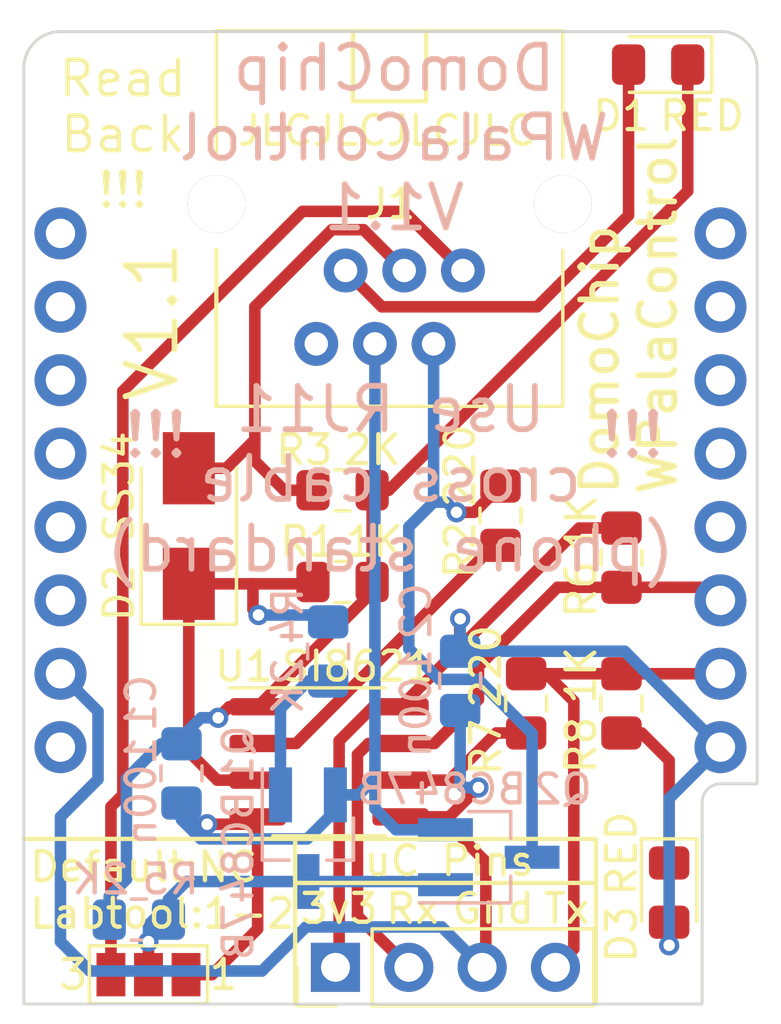
<source format=kicad_pcb>
(kicad_pcb (version 20171130) (host pcbnew "(5.1.5)-3")

  (general
    (thickness 1.6)
    (drawings 32)
    (tracks 155)
    (zones 0)
    (modules 20)
    (nets 17)
  )

  (page A4)
  (layers
    (0 F.Cu signal)
    (31 B.Cu signal)
    (32 B.Adhes user)
    (33 F.Adhes user)
    (34 B.Paste user)
    (35 F.Paste user)
    (36 B.SilkS user)
    (37 F.SilkS user)
    (38 B.Mask user)
    (39 F.Mask user)
    (40 Dwgs.User user)
    (41 Cmts.User user)
    (42 Eco1.User user)
    (43 Eco2.User user)
    (44 Edge.Cuts user)
    (45 Margin user)
    (46 B.CrtYd user hide)
    (47 F.CrtYd user hide)
    (48 B.Fab user hide)
    (49 F.Fab user hide)
  )

  (setup
    (last_trace_width 0.4)
    (trace_clearance 0.2)
    (zone_clearance 0.508)
    (zone_45_only no)
    (trace_min 0.2)
    (via_size 0.7)
    (via_drill 0.4)
    (via_min_size 0.4)
    (via_min_drill 0.3)
    (uvia_size 0.762)
    (uvia_drill 0.508)
    (uvias_allowed no)
    (uvia_min_size 0.2)
    (uvia_min_drill 0.1)
    (edge_width 0.1)
    (segment_width 0.2)
    (pcb_text_width 0.3)
    (pcb_text_size 1.5 1.5)
    (mod_edge_width 0.15)
    (mod_text_size 1 1)
    (mod_text_width 0.15)
    (pad_size 1.5 1.5)
    (pad_drill 0.6)
    (pad_to_mask_clearance 0)
    (aux_axis_origin 0 0)
    (visible_elements 7FFFFFFF)
    (pcbplotparams
      (layerselection 0x010fc_ffffffff)
      (usegerberextensions false)
      (usegerberattributes false)
      (usegerberadvancedattributes false)
      (creategerberjobfile false)
      (excludeedgelayer true)
      (linewidth 0.100000)
      (plotframeref false)
      (viasonmask false)
      (mode 1)
      (useauxorigin false)
      (hpglpennumber 1)
      (hpglpenspeed 20)
      (hpglpendiameter 15.000000)
      (psnegative false)
      (psa4output false)
      (plotreference true)
      (plotvalue true)
      (plotinvisibletext false)
      (padsonsilk false)
      (subtractmaskfromsilk false)
      (outputformat 1)
      (mirror false)
      (drillshape 0)
      (scaleselection 1)
      (outputdirectory "WirelessPalaControl-gerber/"))
  )

  (net 0 "")
  (net 1 /VDD1)
  (net 2 /GND1)
  (net 3 /GND2)
  (net 4 /VDD2)
  (net 5 "Net-(D1-Pad2)")
  (net 6 /Rx)
  (net 7 "Net-(D2-Pad1)")
  (net 8 "Net-(D3-Pad1)")
  (net 9 /Tx-RxH)
  (net 10 /TXuC)
  (net 11 /RXuC)
  (net 12 /Q2B)
  (net 13 "Net-(Q1-Pad1)")
  (net 14 "Net-(R2-Pad2)")
  (net 15 "Net-(R7-Pad2)")
  (net 16 "Net-(J1-Pad6)")

  (net_class Default "This is the default net class."
    (clearance 0.2)
    (trace_width 0.4)
    (via_dia 0.7)
    (via_drill 0.4)
    (uvia_dia 0.762)
    (uvia_drill 0.508)
    (add_net /GND1)
    (add_net /GND2)
    (add_net /Q2B)
    (add_net /RXuC)
    (add_net /Rx)
    (add_net /TXuC)
    (add_net /Tx-RxH)
    (add_net /VDD1)
    (add_net /VDD2)
    (add_net "Net-(D1-Pad2)")
    (add_net "Net-(D2-Pad1)")
    (add_net "Net-(D3-Pad1)")
    (add_net "Net-(J1-Pad6)")
    (add_net "Net-(Q1-Pad1)")
    (add_net "Net-(R2-Pad2)")
    (add_net "Net-(R7-Pad2)")
  )

  (module Resistor_SMD:R_0805_2012Metric_Pad1.15x1.40mm_HandSolder (layer B.Cu) (tedit 5B36C52B) (tstamp 5E1BA9DC)
    (at 34.036 46.219 270)
    (descr "Resistor SMD 0805 (2012 Metric), square (rectangular) end terminal, IPC_7351 nominal with elongated pad for handsoldering. (Body size source: https://docs.google.com/spreadsheets/d/1BsfQQcO9C6DZCsRaXUlFlo91Tg2WpOkGARC1WS5S8t0/edit?usp=sharing), generated with kicad-footprint-generator")
    (tags "resistor handsolder")
    (path /5DBE5326)
    (attr smd)
    (fp_text reference R4 (at -1.223 1.397 90) (layer B.SilkS)
      (effects (font (size 1 1) (thickness 0.15)) (justify mirror))
    )
    (fp_text value 2K (at 1.19 1.397 90) (layer B.SilkS)
      (effects (font (size 1 1) (thickness 0.15)) (justify mirror))
    )
    (fp_line (start -1 -0.6) (end -1 0.6) (layer B.Fab) (width 0.1))
    (fp_line (start -1 0.6) (end 1 0.6) (layer B.Fab) (width 0.1))
    (fp_line (start 1 0.6) (end 1 -0.6) (layer B.Fab) (width 0.1))
    (fp_line (start 1 -0.6) (end -1 -0.6) (layer B.Fab) (width 0.1))
    (fp_line (start -0.261252 0.71) (end 0.261252 0.71) (layer B.SilkS) (width 0.12))
    (fp_line (start -0.261252 -0.71) (end 0.261252 -0.71) (layer B.SilkS) (width 0.12))
    (fp_line (start -1.85 -0.95) (end -1.85 0.95) (layer B.CrtYd) (width 0.05))
    (fp_line (start -1.85 0.95) (end 1.85 0.95) (layer B.CrtYd) (width 0.05))
    (fp_line (start 1.85 0.95) (end 1.85 -0.95) (layer B.CrtYd) (width 0.05))
    (fp_line (start 1.85 -0.95) (end -1.85 -0.95) (layer B.CrtYd) (width 0.05))
    (fp_text user %R (at 0 0 90) (layer B.Fab)
      (effects (font (size 0.5 0.5) (thickness 0.08)) (justify mirror))
    )
    (pad 1 smd roundrect (at -1.025 0 270) (size 1.15 1.4) (layers B.Cu B.Paste B.Mask) (roundrect_rratio 0.217391)
      (net 7 "Net-(D2-Pad1)"))
    (pad 2 smd roundrect (at 1.025 0 270) (size 1.15 1.4) (layers B.Cu B.Paste B.Mask) (roundrect_rratio 0.217391)
      (net 13 "Net-(Q1-Pad1)"))
    (model ${KISYS3DMOD}/Resistor_SMD.3dshapes/R_0805_2012Metric.wrl
      (at (xyz 0 0 0))
      (scale (xyz 1 1 1))
      (rotate (xyz 0 0 0))
    )
  )

  (module wemos_d1_mini:wemos-d1-mini-DIL-only (layer B.Cu) (tedit 5C042D9C) (tstamp 5E272621)
    (at 36.195 40.64 90)
    (path /5E10D6EF)
    (fp_text reference U2 (at -19.3 0 180) (layer B.Fab)
      (effects (font (size 1 1) (thickness 0.15)) (justify mirror))
    )
    (fp_text value WeMos_mini (at 1.143 -14.224 90) (layer B.Fab) hide
      (effects (font (size 1 1) (thickness 0.15)) (justify mirror))
    )
    (fp_arc (start -12.48 12.33) (end -11.48 12.33) (angle -90) (layer B.CrtYd) (width 0.05))
    (fp_line (start -18.46 11.33) (end -12.48 11.33) (layer B.CrtYd) (width 0.05))
    (fp_line (start -11.48 13.5) (end -11.48 12.33) (layer B.CrtYd) (width 0.05))
    (fp_arc (start 14.94 11.5) (end 14.85 13.5) (angle -92.57657183) (layer B.CrtYd) (width 0.05))
    (fp_arc (start 14.94 -11.5) (end 16.94 -11.5) (angle -90) (layer B.CrtYd) (width 0.05))
    (fp_line (start -18.46 -13.5) (end -18.46 11.33) (layer B.CrtYd) (width 0.05))
    (fp_line (start 14.94 -13.5) (end -18.46 -13.5) (layer B.CrtYd) (width 0.05))
    (fp_line (start 16.94 11.5) (end 16.94 -11.5) (layer B.CrtYd) (width 0.05))
    (fp_line (start -11.48 13.5) (end 14.85 13.5) (layer B.CrtYd) (width 0.05))
    (pad 8 thru_hole circle (at 8.89 -11.43 90) (size 1.8 1.8) (drill 1.016) (layers *.Cu *.Mask))
    (pad 9 thru_hole circle (at 8.89 11.43 90) (size 1.8 1.8) (drill 1.016) (layers *.Cu *.Mask))
    (pad 7 thru_hole circle (at 6.35 -11.43 90) (size 1.8 1.8) (drill 1.016) (layers *.Cu *.Mask))
    (pad 10 thru_hole circle (at 6.35 11.43 90) (size 1.8 1.8) (drill 1.016) (layers *.Cu *.Mask))
    (pad 6 thru_hole circle (at 3.81 -11.43 90) (size 1.8 1.8) (drill 1.016) (layers *.Cu *.Mask))
    (pad 11 thru_hole circle (at 3.81 11.43 90) (size 1.8 1.8) (drill 1.016) (layers *.Cu *.Mask))
    (pad 5 thru_hole circle (at 1.27 -11.43 90) (size 1.8 1.8) (drill 1.016) (layers *.Cu *.Mask))
    (pad 12 thru_hole circle (at 1.27 11.43 90) (size 1.8 1.8) (drill 1.016) (layers *.Cu *.Mask))
    (pad 4 thru_hole circle (at -1.27 -11.43 90) (size 1.8 1.8) (drill 1.016) (layers *.Cu *.Mask))
    (pad 13 thru_hole circle (at -1.27 11.43 90) (size 1.8 1.8) (drill 1.016) (layers *.Cu *.Mask))
    (pad 3 thru_hole circle (at -3.81 -11.43 90) (size 1.8 1.8) (drill 1.016) (layers *.Cu *.Mask))
    (pad 14 thru_hole circle (at -3.81 11.43 90) (size 1.8 1.8) (drill 1.016) (layers *.Cu *.Mask)
      (net 11 /RXuC))
    (pad 2 thru_hole circle (at -6.35 -11.43 90) (size 1.8 1.8) (drill 1.016) (layers *.Cu *.Mask)
      (net 3 /GND2))
    (pad 15 thru_hole circle (at -6.35 11.43 90) (size 1.8 1.8) (drill 1.016) (layers *.Cu *.Mask)
      (net 10 /TXuC))
    (pad 1 thru_hole circle (at -8.89 -11.43 90) (size 1.8 1.8) (drill 1.016) (layers *.Cu *.Mask))
    (pad 16 thru_hole circle (at -8.89 11.43 90) (size 1.8 1.8) (drill 1.016) (layers *.Cu *.Mask)
      (net 4 /VDD2))
    (model ${KIPRJMOD}/3dshapes/wemos_d1_mini.3dshapes/SLW-108-01-G-S.wrl
      (offset (xyz 0 -11.39999982878918 0))
      (scale (xyz 0.3937 0.3937 0.3937))
      (rotate (xyz -90 0 0))
    )
    (model ${KIPRJMOD}/3dshapes/wemos_d1_mini.3dshapes/SLW-108-01-G-S.wrl
      (offset (xyz 0 11.39999982878918 0))
      (scale (xyz 0.3937 0.3937 0.3937))
      (rotate (xyz -90 0 0))
    )
    (model ${KIPRJMOD}/3dshapes/wemos_d1_mini.3dshapes/TSW-108-05-G-S.wrl
      (offset (xyz 0 -11.39999982878918 7.299999890364999))
      (scale (xyz 0.3937 0.3937 0.3937))
      (rotate (xyz 90 0 0))
    )
    (model ${KIPRJMOD}/3dshapes/wemos_d1_mini.3dshapes/TSW-108-05-G-S.wrl
      (offset (xyz 0 11.39999982878918 7.299999890364999))
      (scale (xyz 0.3937 0.3937 0.3937))
      (rotate (xyz 90 0 0))
    )
  )

  (module MyRJ:Ali_RJ12 (layer F.Cu) (tedit 5E2711D7) (tstamp 5E274C6C)
    (at 36.164 30.734 180)
    (path /5DBE0A8D)
    (fp_text reference J1 (at -0.031 0) (layer F.SilkS)
      (effects (font (size 1 1) (thickness 0.15)))
    )
    (fp_text value 6P6C (at 0 1.778) (layer F.Fab)
      (effects (font (size 1 1) (thickness 0.15)))
    )
    (fp_line (start 1.27 3.556) (end 1.27 6) (layer F.SilkS) (width 0.15))
    (fp_line (start -1.27 3.556) (end 1.27 3.556) (layer F.SilkS) (width 0.15))
    (fp_line (start -1.27 6) (end -1.27 3.556) (layer F.SilkS) (width 0.15))
    (fp_line (start 6 -7) (end 6 -1.6) (layer F.SilkS) (width 0.15))
    (fp_line (start -6 -7) (end -6 -1.6) (layer F.SilkS) (width 0.12))
    (fp_line (start -6 6) (end 6 6) (layer F.SilkS) (width 0.12))
    (fp_line (start -6 -7) (end 6 -7) (layer F.SilkS) (width 0.12))
    (fp_line (start -6 1.6) (end -6 6) (layer F.SilkS) (width 0.12))
    (fp_line (start 6 1.6) (end 6 6) (layer F.SilkS) (width 0.12))
    (pad 5 thru_hole circle (at -1.524 -4.84) (size 1.52 1.52) (drill 0.81) (layers *.Cu *.Mask)
      (net 9 /Tx-RxH))
    (pad 1 thru_hole circle (at 2.54 -4.84) (size 1.52 1.52) (drill 0.81) (layers *.Cu *.Mask))
    (pad 3 thru_hole circle (at 0.508 -4.84) (size 1.52 1.52) (drill 0.81) (layers *.Cu *.Mask)
      (net 2 /GND1))
    (pad 4 thru_hole circle (at -0.508 -2.3) (size 1.52 1.52) (drill 0.81) (layers *.Cu *.Mask)
      (net 6 /Rx))
    (pad 2 thru_hole circle (at 1.524 -2.3) (size 1.52 1.52) (drill 0.81) (layers *.Cu *.Mask)
      (net 5 "Net-(D1-Pad2)"))
    (pad 6 thru_hole circle (at -2.54 -2.3) (size 1.52 1.52) (drill 0.81) (layers *.Cu *.Mask)
      (net 16 "Net-(J1-Pad6)"))
    (pad "" thru_hole circle (at 6 0 180) (size 2 2) (drill 2) (layers *.Cu *.Mask))
    (pad "" thru_hole circle (at -6 0 180) (size 2 2) (drill 2) (layers *.Cu *.Mask))
  )

  (module Jumper:SolderJumper-3_P1.3mm_Open_Pad1.0x1.5mm_NumberLabels (layer F.Cu) (tedit 5A3F6CCC) (tstamp 5E107A23)
    (at 27.813 57.404 180)
    (descr "SMD Solder Jumper, 1x1.5mm Pads, 0.3mm gap, open, labeled with numbers")
    (tags "solder jumper open")
    (path /5E11E17F)
    (attr virtual)
    (fp_text reference JP1 (at -0.097 -2.159) (layer F.Fab)
      (effects (font (size 1 1) (thickness 0.15)))
    )
    (fp_text value SldJmp_3_Open (at 0 -3.302) (layer F.Fab)
      (effects (font (size 1 1) (thickness 0.15)))
    )
    (fp_text user 3 (at 2.6 0) (layer F.SilkS)
      (effects (font (size 1 1) (thickness 0.15)))
    )
    (fp_text user 1 (at -2.6 0) (layer F.SilkS)
      (effects (font (size 1 1) (thickness 0.15)))
    )
    (fp_line (start -2.05 1) (end -2.05 -1) (layer F.SilkS) (width 0.12))
    (fp_line (start 2.05 1) (end -2.05 1) (layer F.SilkS) (width 0.12))
    (fp_line (start 2.05 -1) (end 2.05 1) (layer F.SilkS) (width 0.12))
    (fp_line (start -2.05 -1) (end 2.05 -1) (layer F.SilkS) (width 0.12))
    (fp_line (start -2.3 -1.25) (end 2.3 -1.25) (layer F.CrtYd) (width 0.05))
    (fp_line (start -2.3 -1.25) (end -2.3 1.25) (layer F.CrtYd) (width 0.05))
    (fp_line (start 2.3 1.25) (end 2.3 -1.25) (layer F.CrtYd) (width 0.05))
    (fp_line (start 2.3 1.25) (end -2.3 1.25) (layer F.CrtYd) (width 0.05))
    (pad 3 smd rect (at 1.3 0 180) (size 1 1.5) (layers F.Cu F.Mask)
      (net 16 "Net-(J1-Pad6)"))
    (pad 2 smd rect (at 0 0 180) (size 1 1.5) (layers F.Cu F.Mask)
      (net 12 /Q2B))
    (pad 1 smd rect (at -1.3 0 180) (size 1 1.5) (layers F.Cu F.Mask)
      (net 2 /GND1))
  )

  (module Capacitor_SMD:C_0805_2012Metric_Pad1.15x1.40mm_HandSolder (layer B.Cu) (tedit 5B36C52B) (tstamp 5E1BA912)
    (at 28.956 50.439 270)
    (descr "Capacitor SMD 0805 (2012 Metric), square (rectangular) end terminal, IPC_7351 nominal with elongated pad for handsoldering. (Body size source: https://docs.google.com/spreadsheets/d/1BsfQQcO9C6DZCsRaXUlFlo91Tg2WpOkGARC1WS5S8t0/edit?usp=sharing), generated with kicad-footprint-generator")
    (tags "capacitor handsolder")
    (path /5DBE758E)
    (attr smd)
    (fp_text reference C1 (at -2.433 1.397 90) (layer B.SilkS)
      (effects (font (size 1 1) (thickness 0.15)) (justify mirror))
    )
    (fp_text value 100n (at 0.615 1.397 90) (layer B.SilkS)
      (effects (font (size 1 1) (thickness 0.15)) (justify mirror))
    )
    (fp_text user %R (at 0 0 90) (layer B.Fab)
      (effects (font (size 0.5 0.5) (thickness 0.08)) (justify mirror))
    )
    (fp_line (start 1.85 -0.95) (end -1.85 -0.95) (layer B.CrtYd) (width 0.05))
    (fp_line (start 1.85 0.95) (end 1.85 -0.95) (layer B.CrtYd) (width 0.05))
    (fp_line (start -1.85 0.95) (end 1.85 0.95) (layer B.CrtYd) (width 0.05))
    (fp_line (start -1.85 -0.95) (end -1.85 0.95) (layer B.CrtYd) (width 0.05))
    (fp_line (start -0.261252 -0.71) (end 0.261252 -0.71) (layer B.SilkS) (width 0.12))
    (fp_line (start -0.261252 0.71) (end 0.261252 0.71) (layer B.SilkS) (width 0.12))
    (fp_line (start 1 -0.6) (end -1 -0.6) (layer B.Fab) (width 0.1))
    (fp_line (start 1 0.6) (end 1 -0.6) (layer B.Fab) (width 0.1))
    (fp_line (start -1 0.6) (end 1 0.6) (layer B.Fab) (width 0.1))
    (fp_line (start -1 -0.6) (end -1 0.6) (layer B.Fab) (width 0.1))
    (pad 2 smd roundrect (at 1.025 0 270) (size 1.15 1.4) (layers B.Cu B.Paste B.Mask) (roundrect_rratio 0.217391)
      (net 2 /GND1))
    (pad 1 smd roundrect (at -1.025 0 270) (size 1.15 1.4) (layers B.Cu B.Paste B.Mask) (roundrect_rratio 0.217391)
      (net 1 /VDD1))
    (model ${KISYS3DMOD}/Capacitor_SMD.3dshapes/C_0805_2012Metric.wrl
      (at (xyz 0 0 0))
      (scale (xyz 1 1 1))
      (rotate (xyz 0 0 0))
    )
  )

  (module Capacitor_SMD:C_0805_2012Metric_Pad1.15x1.40mm_HandSolder (layer B.Cu) (tedit 5B36C52B) (tstamp 5E274682)
    (at 38.608 47.235 270)
    (descr "Capacitor SMD 0805 (2012 Metric), square (rectangular) end terminal, IPC_7351 nominal with elongated pad for handsoldering. (Body size source: https://docs.google.com/spreadsheets/d/1BsfQQcO9C6DZCsRaXUlFlo91Tg2WpOkGARC1WS5S8t0/edit?usp=sharing), generated with kicad-footprint-generator")
    (tags "capacitor handsolder")
    (path /5DBE868E)
    (attr smd)
    (fp_text reference C2 (at -2.404 1.524 90) (layer B.SilkS)
      (effects (font (size 1 1) (thickness 0.15)) (justify mirror))
    )
    (fp_text value 100n (at 0.771 1.524 90) (layer B.SilkS)
      (effects (font (size 1 1) (thickness 0.15)) (justify mirror))
    )
    (fp_line (start -1 -0.6) (end -1 0.6) (layer B.Fab) (width 0.1))
    (fp_line (start -1 0.6) (end 1 0.6) (layer B.Fab) (width 0.1))
    (fp_line (start 1 0.6) (end 1 -0.6) (layer B.Fab) (width 0.1))
    (fp_line (start 1 -0.6) (end -1 -0.6) (layer B.Fab) (width 0.1))
    (fp_line (start -0.261252 0.71) (end 0.261252 0.71) (layer B.SilkS) (width 0.12))
    (fp_line (start -0.261252 -0.71) (end 0.261252 -0.71) (layer B.SilkS) (width 0.12))
    (fp_line (start -1.85 -0.95) (end -1.85 0.95) (layer B.CrtYd) (width 0.05))
    (fp_line (start -1.85 0.95) (end 1.85 0.95) (layer B.CrtYd) (width 0.05))
    (fp_line (start 1.85 0.95) (end 1.85 -0.95) (layer B.CrtYd) (width 0.05))
    (fp_line (start 1.85 -0.95) (end -1.85 -0.95) (layer B.CrtYd) (width 0.05))
    (fp_text user %R (at 0 0 90) (layer B.Fab)
      (effects (font (size 0.5 0.5) (thickness 0.08)) (justify mirror))
    )
    (pad 1 smd roundrect (at -1.025 0 270) (size 1.15 1.4) (layers B.Cu B.Paste B.Mask) (roundrect_rratio 0.217391)
      (net 4 /VDD2))
    (pad 2 smd roundrect (at 1.025 0 270) (size 1.15 1.4) (layers B.Cu B.Paste B.Mask) (roundrect_rratio 0.217391)
      (net 3 /GND2))
    (model ${KISYS3DMOD}/Capacitor_SMD.3dshapes/C_0805_2012Metric.wrl
      (at (xyz 0 0 0))
      (scale (xyz 1 1 1))
      (rotate (xyz 0 0 0))
    )
  )

  (module LED_SMD:LED_0805_2012Metric_Pad1.15x1.40mm_HandSolder (layer F.Cu) (tedit 5B4B45C9) (tstamp 5E1BA932)
    (at 45.466 25.908 180)
    (descr "LED SMD 0805 (2012 Metric), square (rectangular) end terminal, IPC_7351 nominal, (Body size source: https://docs.google.com/spreadsheets/d/1BsfQQcO9C6DZCsRaXUlFlo91Tg2WpOkGARC1WS5S8t0/edit?usp=sharing), generated with kicad-footprint-generator")
    (tags "LED handsolder")
    (path /5DBE38DB)
    (attr smd)
    (fp_text reference D1 (at 1.27 -1.778) (layer F.SilkS)
      (effects (font (size 1 1) (thickness 0.15)))
    )
    (fp_text value RED (at -1.524 -1.778) (layer F.SilkS)
      (effects (font (size 1 1) (thickness 0.15)))
    )
    (fp_text user %R (at 0 0) (layer F.Fab)
      (effects (font (size 0.5 0.5) (thickness 0.08)))
    )
    (fp_line (start 1.85 0.95) (end -1.85 0.95) (layer F.CrtYd) (width 0.05))
    (fp_line (start 1.85 -0.95) (end 1.85 0.95) (layer F.CrtYd) (width 0.05))
    (fp_line (start -1.85 -0.95) (end 1.85 -0.95) (layer F.CrtYd) (width 0.05))
    (fp_line (start -1.85 0.95) (end -1.85 -0.95) (layer F.CrtYd) (width 0.05))
    (fp_line (start -1.86 0.96) (end 1 0.96) (layer F.SilkS) (width 0.12))
    (fp_line (start -1.86 -0.96) (end -1.86 0.96) (layer F.SilkS) (width 0.12))
    (fp_line (start 1 -0.96) (end -1.86 -0.96) (layer F.SilkS) (width 0.12))
    (fp_line (start 1 0.6) (end 1 -0.6) (layer F.Fab) (width 0.1))
    (fp_line (start -1 0.6) (end 1 0.6) (layer F.Fab) (width 0.1))
    (fp_line (start -1 -0.3) (end -1 0.6) (layer F.Fab) (width 0.1))
    (fp_line (start -0.7 -0.6) (end -1 -0.3) (layer F.Fab) (width 0.1))
    (fp_line (start 1 -0.6) (end -0.7 -0.6) (layer F.Fab) (width 0.1))
    (pad 2 smd roundrect (at 1.025 0 180) (size 1.15 1.4) (layers F.Cu F.Paste F.Mask) (roundrect_rratio 0.217391)
      (net 5 "Net-(D1-Pad2)"))
    (pad 1 smd roundrect (at -1.025 0 180) (size 1.15 1.4) (layers F.Cu F.Paste F.Mask) (roundrect_rratio 0.217391)
      (net 1 /VDD1))
    (model ${KISYS3DMOD}/LED_SMD.3dshapes/LED_0805_2012Metric.wrl
      (at (xyz 0 0 0))
      (scale (xyz 1 1 1))
      (rotate (xyz 0 0 0))
    )
  )

  (module LED_SMD:LED_0805_2012Metric_Pad1.15x1.40mm_HandSolder (layer F.Cu) (tedit 5B4B45C9) (tstamp 5E1BA95B)
    (at 45.847 54.563 270)
    (descr "LED SMD 0805 (2012 Metric), square (rectangular) end terminal, IPC_7351 nominal, (Body size source: https://docs.google.com/spreadsheets/d/1BsfQQcO9C6DZCsRaXUlFlo91Tg2WpOkGARC1WS5S8t0/edit?usp=sharing), generated with kicad-footprint-generator")
    (tags "LED handsolder")
    (path /5DBE6DE7)
    (attr smd)
    (fp_text reference D3 (at 1.444 1.651 90) (layer F.SilkS)
      (effects (font (size 1 1) (thickness 0.15)))
    )
    (fp_text value RED (at -1.35 1.65 90) (layer F.SilkS)
      (effects (font (size 1 1) (thickness 0.15)))
    )
    (fp_line (start 1 -0.6) (end -0.7 -0.6) (layer F.Fab) (width 0.1))
    (fp_line (start -0.7 -0.6) (end -1 -0.3) (layer F.Fab) (width 0.1))
    (fp_line (start -1 -0.3) (end -1 0.6) (layer F.Fab) (width 0.1))
    (fp_line (start -1 0.6) (end 1 0.6) (layer F.Fab) (width 0.1))
    (fp_line (start 1 0.6) (end 1 -0.6) (layer F.Fab) (width 0.1))
    (fp_line (start 1 -0.96) (end -1.86 -0.96) (layer F.SilkS) (width 0.12))
    (fp_line (start -1.86 -0.96) (end -1.86 0.96) (layer F.SilkS) (width 0.12))
    (fp_line (start -1.86 0.96) (end 1 0.96) (layer F.SilkS) (width 0.12))
    (fp_line (start -1.85 0.95) (end -1.85 -0.95) (layer F.CrtYd) (width 0.05))
    (fp_line (start -1.85 -0.95) (end 1.85 -0.95) (layer F.CrtYd) (width 0.05))
    (fp_line (start 1.85 -0.95) (end 1.85 0.95) (layer F.CrtYd) (width 0.05))
    (fp_line (start 1.85 0.95) (end -1.85 0.95) (layer F.CrtYd) (width 0.05))
    (fp_text user %R (at 0 0 90) (layer F.Fab)
      (effects (font (size 0.5 0.5) (thickness 0.08)))
    )
    (pad 1 smd roundrect (at -1.025 0 270) (size 1.15 1.4) (layers F.Cu F.Paste F.Mask) (roundrect_rratio 0.217391)
      (net 8 "Net-(D3-Pad1)"))
    (pad 2 smd roundrect (at 1.025 0 270) (size 1.15 1.4) (layers F.Cu F.Paste F.Mask) (roundrect_rratio 0.217391)
      (net 4 /VDD2))
    (model ${KISYS3DMOD}/LED_SMD.3dshapes/LED_0805_2012Metric.wrl
      (at (xyz 0 0 0))
      (scale (xyz 1 1 1))
      (rotate (xyz 0 0 0))
    )
  )

  (module Connector_PinHeader_2.54mm:PinHeader_1x04_P2.54mm_Vertical (layer F.Cu) (tedit 59FED5CC) (tstamp 5E2726E1)
    (at 34.29 57.15 90)
    (descr "Through hole straight pin header, 1x04, 2.54mm pitch, single row")
    (tags "Through hole pin header THT 1x04 2.54mm single row")
    (path /5DBDCCBF)
    (fp_text reference J2 (at -2.413 -0.127 180) (layer F.Fab)
      (effects (font (size 1 1) (thickness 0.15)))
    )
    (fp_text value "MCU UART" (at -2.413 5.207 180) (layer F.Fab)
      (effects (font (size 1 1) (thickness 0.15)))
    )
    (fp_line (start -0.635 -1.27) (end 1.27 -1.27) (layer F.Fab) (width 0.1))
    (fp_line (start 1.27 -1.27) (end 1.27 8.89) (layer F.Fab) (width 0.1))
    (fp_line (start 1.27 8.89) (end -1.27 8.89) (layer F.Fab) (width 0.1))
    (fp_line (start -1.27 8.89) (end -1.27 -0.635) (layer F.Fab) (width 0.1))
    (fp_line (start -1.27 -0.635) (end -0.635 -1.27) (layer F.Fab) (width 0.1))
    (fp_line (start -1.33 8.95) (end 1.33 8.95) (layer F.SilkS) (width 0.12))
    (fp_line (start -1.33 1.27) (end -1.33 8.95) (layer F.SilkS) (width 0.12))
    (fp_line (start 1.33 1.27) (end 1.33 8.95) (layer F.SilkS) (width 0.12))
    (fp_line (start -1.33 1.27) (end 1.33 1.27) (layer F.SilkS) (width 0.12))
    (fp_line (start -1.33 0) (end -1.33 -1.33) (layer F.SilkS) (width 0.12))
    (fp_line (start -1.33 -1.33) (end 0 -1.33) (layer F.SilkS) (width 0.12))
    (fp_line (start -1.8 -1.8) (end -1.8 9.4) (layer F.CrtYd) (width 0.05))
    (fp_line (start -1.8 9.4) (end 1.8 9.4) (layer F.CrtYd) (width 0.05))
    (fp_line (start 1.8 9.4) (end 1.8 -1.8) (layer F.CrtYd) (width 0.05))
    (fp_line (start 1.8 -1.8) (end -1.8 -1.8) (layer F.CrtYd) (width 0.05))
    (fp_text user %R (at 0 3.81) (layer F.Fab)
      (effects (font (size 1 1) (thickness 0.15)))
    )
    (pad 1 thru_hole rect (at 0 0 90) (size 1.7 1.7) (drill 1) (layers *.Cu *.Mask)
      (net 4 /VDD2))
    (pad 2 thru_hole oval (at 0 2.54 90) (size 1.7 1.7) (drill 1) (layers *.Cu *.Mask)
      (net 11 /RXuC))
    (pad 3 thru_hole oval (at 0 5.08 90) (size 1.7 1.7) (drill 1) (layers *.Cu *.Mask)
      (net 3 /GND2))
    (pad 4 thru_hole oval (at 0 7.62 90) (size 1.7 1.7) (drill 1) (layers *.Cu *.Mask)
      (net 10 /TXuC))
    (model ${KISYS3DMOD}/Connector_PinHeader_2.54mm.3dshapes/PinHeader_1x04_P2.54mm_Vertical.wrl
      (at (xyz 0 0 0))
      (scale (xyz 1 1 1))
      (rotate (xyz 0 0 0))
    )
  )

  (module Package_TO_SOT_SMD:SOT-23_Handsoldering (layer B.Cu) (tedit 5A0AB76C) (tstamp 5E2747DE)
    (at 33.335 52.681 270)
    (descr "SOT-23, Handsoldering")
    (tags SOT-23)
    (path /5DBDAE51)
    (attr smd)
    (fp_text reference Q1 (at -2.897 2.413 90) (layer B.SilkS)
      (effects (font (size 1 1) (thickness 0.15)) (justify mirror))
    )
    (fp_text value BC847B (at 1.294 2.413 90) (layer B.SilkS)
      (effects (font (size 1 1) (thickness 0.15)) (justify mirror))
    )
    (fp_text user %R (at 0 0 180) (layer B.Fab)
      (effects (font (size 0.5 0.5) (thickness 0.075)) (justify mirror))
    )
    (fp_line (start 0.76 -1.58) (end 0.76 -0.65) (layer B.SilkS) (width 0.12))
    (fp_line (start 0.76 1.58) (end 0.76 0.65) (layer B.SilkS) (width 0.12))
    (fp_line (start -2.7 1.75) (end 2.7 1.75) (layer B.CrtYd) (width 0.05))
    (fp_line (start 2.7 1.75) (end 2.7 -1.75) (layer B.CrtYd) (width 0.05))
    (fp_line (start 2.7 -1.75) (end -2.7 -1.75) (layer B.CrtYd) (width 0.05))
    (fp_line (start -2.7 -1.75) (end -2.7 1.75) (layer B.CrtYd) (width 0.05))
    (fp_line (start 0.76 1.58) (end -2.4 1.58) (layer B.SilkS) (width 0.12))
    (fp_line (start -0.7 0.95) (end -0.7 -1.5) (layer B.Fab) (width 0.1))
    (fp_line (start -0.15 1.52) (end 0.7 1.52) (layer B.Fab) (width 0.1))
    (fp_line (start -0.7 0.95) (end -0.15 1.52) (layer B.Fab) (width 0.1))
    (fp_line (start 0.7 1.52) (end 0.7 -1.52) (layer B.Fab) (width 0.1))
    (fp_line (start -0.7 -1.52) (end 0.7 -1.52) (layer B.Fab) (width 0.1))
    (fp_line (start 0.76 -1.58) (end -0.7 -1.58) (layer B.SilkS) (width 0.12))
    (pad 1 smd rect (at -1.5 0.95 270) (size 1.9 0.8) (layers B.Cu B.Paste B.Mask)
      (net 13 "Net-(Q1-Pad1)"))
    (pad 2 smd rect (at -1.5 -0.95 270) (size 1.9 0.8) (layers B.Cu B.Paste B.Mask)
      (net 2 /GND1))
    (pad 3 smd rect (at 1.5 0 270) (size 1.9 0.8) (layers B.Cu B.Paste B.Mask)
      (net 12 /Q2B))
    (model ${KISYS3DMOD}/Package_TO_SOT_SMD.3dshapes/SOT-23.wrl
      (at (xyz 0 0 0))
      (scale (xyz 1 1 1))
      (rotate (xyz 0 0 0))
    )
  )

  (module Package_TO_SOT_SMD:SOT-23_Handsoldering (layer B.Cu) (tedit 5A0AB76C) (tstamp 5E2741AA)
    (at 39.6 53.34)
    (descr "SOT-23, Handsoldering")
    (tags SOT-23)
    (path /5DBDBC42)
    (attr smd)
    (fp_text reference Q2 (at 2.564 -2.352) (layer B.SilkS)
      (effects (font (size 1 1) (thickness 0.15)) (justify mirror))
    )
    (fp_text value BC847B (at -1.627 -2.352) (layer B.SilkS)
      (effects (font (size 1 1) (thickness 0.15)) (justify mirror))
    )
    (fp_line (start 0.76 -1.58) (end -0.7 -1.58) (layer B.SilkS) (width 0.12))
    (fp_line (start -0.7 -1.52) (end 0.7 -1.52) (layer B.Fab) (width 0.1))
    (fp_line (start 0.7 1.52) (end 0.7 -1.52) (layer B.Fab) (width 0.1))
    (fp_line (start -0.7 0.95) (end -0.15 1.52) (layer B.Fab) (width 0.1))
    (fp_line (start -0.15 1.52) (end 0.7 1.52) (layer B.Fab) (width 0.1))
    (fp_line (start -0.7 0.95) (end -0.7 -1.5) (layer B.Fab) (width 0.1))
    (fp_line (start 0.76 1.58) (end -2.4 1.58) (layer B.SilkS) (width 0.12))
    (fp_line (start -2.7 -1.75) (end -2.7 1.75) (layer B.CrtYd) (width 0.05))
    (fp_line (start 2.7 -1.75) (end -2.7 -1.75) (layer B.CrtYd) (width 0.05))
    (fp_line (start 2.7 1.75) (end 2.7 -1.75) (layer B.CrtYd) (width 0.05))
    (fp_line (start -2.7 1.75) (end 2.7 1.75) (layer B.CrtYd) (width 0.05))
    (fp_line (start 0.76 1.58) (end 0.76 0.65) (layer B.SilkS) (width 0.12))
    (fp_line (start 0.76 -1.58) (end 0.76 -0.65) (layer B.SilkS) (width 0.12))
    (fp_text user %R (at 0 0 -90) (layer B.Fab)
      (effects (font (size 0.5 0.5) (thickness 0.075)) (justify mirror))
    )
    (pad 3 smd rect (at 1.5 0) (size 1.9 0.8) (layers B.Cu B.Paste B.Mask)
      (net 9 /Tx-RxH))
    (pad 2 smd rect (at -1.5 -0.95) (size 1.9 0.8) (layers B.Cu B.Paste B.Mask)
      (net 2 /GND1))
    (pad 1 smd rect (at -1.5 0.95) (size 1.9 0.8) (layers B.Cu B.Paste B.Mask)
      (net 12 /Q2B))
    (model ${KISYS3DMOD}/Package_TO_SOT_SMD.3dshapes/SOT-23.wrl
      (at (xyz 0 0 0))
      (scale (xyz 1 1 1))
      (rotate (xyz 0 0 0))
    )
  )

  (module Resistor_SMD:R_0805_2012Metric_Pad1.15x1.40mm_HandSolder (layer F.Cu) (tedit 5B36C52B) (tstamp 5E2D7395)
    (at 34.535 43.815)
    (descr "Resistor SMD 0805 (2012 Metric), square (rectangular) end terminal, IPC_7351 nominal with elongated pad for handsoldering. (Body size source: https://docs.google.com/spreadsheets/d/1BsfQQcO9C6DZCsRaXUlFlo91Tg2WpOkGARC1WS5S8t0/edit?usp=sharing), generated with kicad-footprint-generator")
    (tags "resistor handsolder")
    (path /5DBE4456)
    (attr smd)
    (fp_text reference R1 (at -1.19 -1.397) (layer F.SilkS)
      (effects (font (size 1 1) (thickness 0.15)))
    )
    (fp_text value 1K (at 1.096 -1.397) (layer F.SilkS)
      (effects (font (size 1 1) (thickness 0.15)))
    )
    (fp_line (start -1 0.6) (end -1 -0.6) (layer F.Fab) (width 0.1))
    (fp_line (start -1 -0.6) (end 1 -0.6) (layer F.Fab) (width 0.1))
    (fp_line (start 1 -0.6) (end 1 0.6) (layer F.Fab) (width 0.1))
    (fp_line (start 1 0.6) (end -1 0.6) (layer F.Fab) (width 0.1))
    (fp_line (start -0.261252 -0.71) (end 0.261252 -0.71) (layer F.SilkS) (width 0.12))
    (fp_line (start -0.261252 0.71) (end 0.261252 0.71) (layer F.SilkS) (width 0.12))
    (fp_line (start -1.85 0.95) (end -1.85 -0.95) (layer F.CrtYd) (width 0.05))
    (fp_line (start -1.85 -0.95) (end 1.85 -0.95) (layer F.CrtYd) (width 0.05))
    (fp_line (start 1.85 -0.95) (end 1.85 0.95) (layer F.CrtYd) (width 0.05))
    (fp_line (start 1.85 0.95) (end -1.85 0.95) (layer F.CrtYd) (width 0.05))
    (fp_text user %R (at 0 0) (layer F.Fab)
      (effects (font (size 0.5 0.5) (thickness 0.08)))
    )
    (pad 1 smd roundrect (at -1.025 0) (size 1.15 1.4) (layers F.Cu F.Paste F.Mask) (roundrect_rratio 0.217391)
      (net 7 "Net-(D2-Pad1)"))
    (pad 2 smd roundrect (at 1.025 0) (size 1.15 1.4) (layers F.Cu F.Paste F.Mask) (roundrect_rratio 0.217391)
      (net 1 /VDD1))
    (model ${KISYS3DMOD}/Resistor_SMD.3dshapes/R_0805_2012Metric.wrl
      (at (xyz 0 0 0))
      (scale (xyz 1 1 1))
      (rotate (xyz 0 0 0))
    )
  )

  (module Resistor_SMD:R_0805_2012Metric_Pad1.15x1.40mm_HandSolder (layer F.Cu) (tedit 5B36C52B) (tstamp 5E1BA9BC)
    (at 40.005 41.52 270)
    (descr "Resistor SMD 0805 (2012 Metric), square (rectangular) end terminal, IPC_7351 nominal with elongated pad for handsoldering. (Body size source: https://docs.google.com/spreadsheets/d/1BsfQQcO9C6DZCsRaXUlFlo91Tg2WpOkGARC1WS5S8t0/edit?usp=sharing), generated with kicad-footprint-generator")
    (tags "resistor handsolder")
    (path /5DBE57F8)
    (attr smd)
    (fp_text reference R2 (at 1.19 1.397 90) (layer F.SilkS)
      (effects (font (size 1 1) (thickness 0.15)))
    )
    (fp_text value 220 (at -1.731 1.397 90) (layer F.SilkS)
      (effects (font (size 1 1) (thickness 0.15)))
    )
    (fp_line (start -1 0.6) (end -1 -0.6) (layer F.Fab) (width 0.1))
    (fp_line (start -1 -0.6) (end 1 -0.6) (layer F.Fab) (width 0.1))
    (fp_line (start 1 -0.6) (end 1 0.6) (layer F.Fab) (width 0.1))
    (fp_line (start 1 0.6) (end -1 0.6) (layer F.Fab) (width 0.1))
    (fp_line (start -0.261252 -0.71) (end 0.261252 -0.71) (layer F.SilkS) (width 0.12))
    (fp_line (start -0.261252 0.71) (end 0.261252 0.71) (layer F.SilkS) (width 0.12))
    (fp_line (start -1.85 0.95) (end -1.85 -0.95) (layer F.CrtYd) (width 0.05))
    (fp_line (start -1.85 -0.95) (end 1.85 -0.95) (layer F.CrtYd) (width 0.05))
    (fp_line (start 1.85 -0.95) (end 1.85 0.95) (layer F.CrtYd) (width 0.05))
    (fp_line (start 1.85 0.95) (end -1.85 0.95) (layer F.CrtYd) (width 0.05))
    (fp_text user %R (at 0 0 90) (layer F.Fab)
      (effects (font (size 0.5 0.5) (thickness 0.08)))
    )
    (pad 1 smd roundrect (at -1.025 0 270) (size 1.15 1.4) (layers F.Cu F.Paste F.Mask) (roundrect_rratio 0.217391)
      (net 9 /Tx-RxH))
    (pad 2 smd roundrect (at 1.025 0 270) (size 1.15 1.4) (layers F.Cu F.Paste F.Mask) (roundrect_rratio 0.217391)
      (net 14 "Net-(R2-Pad2)"))
    (model ${KISYS3DMOD}/Resistor_SMD.3dshapes/R_0805_2012Metric.wrl
      (at (xyz 0 0 0))
      (scale (xyz 1 1 1))
      (rotate (xyz 0 0 0))
    )
  )

  (module Resistor_SMD:R_0805_2012Metric_Pad1.15x1.40mm_HandSolder (layer F.Cu) (tedit 5B36C52B) (tstamp 5E1BA9CC)
    (at 34.535 40.64)
    (descr "Resistor SMD 0805 (2012 Metric), square (rectangular) end terminal, IPC_7351 nominal with elongated pad for handsoldering. (Body size source: https://docs.google.com/spreadsheets/d/1BsfQQcO9C6DZCsRaXUlFlo91Tg2WpOkGARC1WS5S8t0/edit?usp=sharing), generated with kicad-footprint-generator")
    (tags "resistor handsolder")
    (path /5DBE4B78)
    (attr smd)
    (fp_text reference R3 (at -1.317 -1.397) (layer F.SilkS)
      (effects (font (size 1 1) (thickness 0.15)))
    )
    (fp_text value 2K (at 1.025 -1.397) (layer F.SilkS)
      (effects (font (size 1 1) (thickness 0.15)))
    )
    (fp_text user %R (at 0 0) (layer F.Fab)
      (effects (font (size 0.5 0.5) (thickness 0.08)))
    )
    (fp_line (start 1.85 0.95) (end -1.85 0.95) (layer F.CrtYd) (width 0.05))
    (fp_line (start 1.85 -0.95) (end 1.85 0.95) (layer F.CrtYd) (width 0.05))
    (fp_line (start -1.85 -0.95) (end 1.85 -0.95) (layer F.CrtYd) (width 0.05))
    (fp_line (start -1.85 0.95) (end -1.85 -0.95) (layer F.CrtYd) (width 0.05))
    (fp_line (start -0.261252 0.71) (end 0.261252 0.71) (layer F.SilkS) (width 0.12))
    (fp_line (start -0.261252 -0.71) (end 0.261252 -0.71) (layer F.SilkS) (width 0.12))
    (fp_line (start 1 0.6) (end -1 0.6) (layer F.Fab) (width 0.1))
    (fp_line (start 1 -0.6) (end 1 0.6) (layer F.Fab) (width 0.1))
    (fp_line (start -1 -0.6) (end 1 -0.6) (layer F.Fab) (width 0.1))
    (fp_line (start -1 0.6) (end -1 -0.6) (layer F.Fab) (width 0.1))
    (pad 2 smd roundrect (at 1.025 0) (size 1.15 1.4) (layers F.Cu F.Paste F.Mask) (roundrect_rratio 0.217391)
      (net 1 /VDD1))
    (pad 1 smd roundrect (at -1.025 0) (size 1.15 1.4) (layers F.Cu F.Paste F.Mask) (roundrect_rratio 0.217391)
      (net 6 /Rx))
    (model ${KISYS3DMOD}/Resistor_SMD.3dshapes/R_0805_2012Metric.wrl
      (at (xyz 0 0 0))
      (scale (xyz 1 1 1))
      (rotate (xyz 0 0 0))
    )
  )

  (module Resistor_SMD:R_0805_2012Metric_Pad1.15x1.40mm_HandSolder (layer B.Cu) (tedit 5B36C52B) (tstamp 5E1BA9EC)
    (at 27.479 55.499)
    (descr "Resistor SMD 0805 (2012 Metric), square (rectangular) end terminal, IPC_7351 nominal with elongated pad for handsoldering. (Body size source: https://docs.google.com/spreadsheets/d/1BsfQQcO9C6DZCsRaXUlFlo91Tg2WpOkGARC1WS5S8t0/edit?usp=sharing), generated with kicad-footprint-generator")
    (tags "resistor handsolder")
    (path /5DBE5BE6)
    (attr smd)
    (fp_text reference R5 (at 1.096 -1.397) (layer B.SilkS)
      (effects (font (size 1 1) (thickness 0.15)) (justify mirror))
    )
    (fp_text value 2K (at -1.317 -1.397) (layer B.SilkS)
      (effects (font (size 1 1) (thickness 0.15)) (justify mirror))
    )
    (fp_text user %R (at 0 0) (layer B.Fab)
      (effects (font (size 0.5 0.5) (thickness 0.08)) (justify mirror))
    )
    (fp_line (start 1.85 -0.95) (end -1.85 -0.95) (layer B.CrtYd) (width 0.05))
    (fp_line (start 1.85 0.95) (end 1.85 -0.95) (layer B.CrtYd) (width 0.05))
    (fp_line (start -1.85 0.95) (end 1.85 0.95) (layer B.CrtYd) (width 0.05))
    (fp_line (start -1.85 -0.95) (end -1.85 0.95) (layer B.CrtYd) (width 0.05))
    (fp_line (start -0.261252 -0.71) (end 0.261252 -0.71) (layer B.SilkS) (width 0.12))
    (fp_line (start -0.261252 0.71) (end 0.261252 0.71) (layer B.SilkS) (width 0.12))
    (fp_line (start 1 -0.6) (end -1 -0.6) (layer B.Fab) (width 0.1))
    (fp_line (start 1 0.6) (end 1 -0.6) (layer B.Fab) (width 0.1))
    (fp_line (start -1 0.6) (end 1 0.6) (layer B.Fab) (width 0.1))
    (fp_line (start -1 -0.6) (end -1 0.6) (layer B.Fab) (width 0.1))
    (pad 2 smd roundrect (at 1.025 0) (size 1.15 1.4) (layers B.Cu B.Paste B.Mask) (roundrect_rratio 0.217391)
      (net 12 /Q2B))
    (pad 1 smd roundrect (at -1.025 0) (size 1.15 1.4) (layers B.Cu B.Paste B.Mask) (roundrect_rratio 0.217391)
      (net 1 /VDD1))
    (model ${KISYS3DMOD}/Resistor_SMD.3dshapes/R_0805_2012Metric.wrl
      (at (xyz 0 0 0))
      (scale (xyz 1 1 1))
      (rotate (xyz 0 0 0))
    )
  )

  (module Resistor_SMD:R_0805_2012Metric_Pad1.15x1.40mm_HandSolder (layer F.Cu) (tedit 5B36C52B) (tstamp 5E1BA9FC)
    (at 44.196 42.973 90)
    (descr "Resistor SMD 0805 (2012 Metric), square (rectangular) end terminal, IPC_7351 nominal with elongated pad for handsoldering. (Body size source: https://docs.google.com/spreadsheets/d/1BsfQQcO9C6DZCsRaXUlFlo91Tg2WpOkGARC1WS5S8t0/edit?usp=sharing), generated with kicad-footprint-generator")
    (tags "resistor handsolder")
    (path /5DBE6AB3)
    (attr smd)
    (fp_text reference R6 (at -1.096 -1.397 90) (layer F.SilkS)
      (effects (font (size 1 1) (thickness 0.15)))
    )
    (fp_text value 1K (at 1.19 -1.397 90) (layer F.SilkS)
      (effects (font (size 1 1) (thickness 0.15)))
    )
    (fp_line (start -1 0.6) (end -1 -0.6) (layer F.Fab) (width 0.1))
    (fp_line (start -1 -0.6) (end 1 -0.6) (layer F.Fab) (width 0.1))
    (fp_line (start 1 -0.6) (end 1 0.6) (layer F.Fab) (width 0.1))
    (fp_line (start 1 0.6) (end -1 0.6) (layer F.Fab) (width 0.1))
    (fp_line (start -0.261252 -0.71) (end 0.261252 -0.71) (layer F.SilkS) (width 0.12))
    (fp_line (start -0.261252 0.71) (end 0.261252 0.71) (layer F.SilkS) (width 0.12))
    (fp_line (start -1.85 0.95) (end -1.85 -0.95) (layer F.CrtYd) (width 0.05))
    (fp_line (start -1.85 -0.95) (end 1.85 -0.95) (layer F.CrtYd) (width 0.05))
    (fp_line (start 1.85 -0.95) (end 1.85 0.95) (layer F.CrtYd) (width 0.05))
    (fp_line (start 1.85 0.95) (end -1.85 0.95) (layer F.CrtYd) (width 0.05))
    (fp_text user %R (at 0 0 90) (layer F.Fab)
      (effects (font (size 0.5 0.5) (thickness 0.08)))
    )
    (pad 1 smd roundrect (at -1.025 0 90) (size 1.15 1.4) (layers F.Cu F.Paste F.Mask) (roundrect_rratio 0.217391)
      (net 11 /RXuC))
    (pad 2 smd roundrect (at 1.025 0 90) (size 1.15 1.4) (layers F.Cu F.Paste F.Mask) (roundrect_rratio 0.217391)
      (net 4 /VDD2))
    (model ${KISYS3DMOD}/Resistor_SMD.3dshapes/R_0805_2012Metric.wrl
      (at (xyz 0 0 0))
      (scale (xyz 1 1 1))
      (rotate (xyz 0 0 0))
    )
  )

  (module Resistor_SMD:R_0805_2012Metric_Pad1.15x1.40mm_HandSolder (layer F.Cu) (tedit 5B36C52B) (tstamp 5E273CF7)
    (at 40.894 48.015 270)
    (descr "Resistor SMD 0805 (2012 Metric), square (rectangular) end terminal, IPC_7351 nominal with elongated pad for handsoldering. (Body size source: https://docs.google.com/spreadsheets/d/1BsfQQcO9C6DZCsRaXUlFlo91Tg2WpOkGARC1WS5S8t0/edit?usp=sharing), generated with kicad-footprint-generator")
    (tags "resistor handsolder")
    (path /5DBE6561)
    (attr smd)
    (fp_text reference R7 (at 1.515 1.397 90) (layer F.SilkS)
      (effects (font (size 1 1) (thickness 0.15)))
    )
    (fp_text value 220 (at -1.279 1.397 90) (layer F.SilkS)
      (effects (font (size 1 1) (thickness 0.15)))
    )
    (fp_text user %R (at 0 0 90) (layer F.Fab)
      (effects (font (size 0.5 0.5) (thickness 0.08)))
    )
    (fp_line (start 1.85 0.95) (end -1.85 0.95) (layer F.CrtYd) (width 0.05))
    (fp_line (start 1.85 -0.95) (end 1.85 0.95) (layer F.CrtYd) (width 0.05))
    (fp_line (start -1.85 -0.95) (end 1.85 -0.95) (layer F.CrtYd) (width 0.05))
    (fp_line (start -1.85 0.95) (end -1.85 -0.95) (layer F.CrtYd) (width 0.05))
    (fp_line (start -0.261252 0.71) (end 0.261252 0.71) (layer F.SilkS) (width 0.12))
    (fp_line (start -0.261252 -0.71) (end 0.261252 -0.71) (layer F.SilkS) (width 0.12))
    (fp_line (start 1 0.6) (end -1 0.6) (layer F.Fab) (width 0.1))
    (fp_line (start 1 -0.6) (end 1 0.6) (layer F.Fab) (width 0.1))
    (fp_line (start -1 -0.6) (end 1 -0.6) (layer F.Fab) (width 0.1))
    (fp_line (start -1 0.6) (end -1 -0.6) (layer F.Fab) (width 0.1))
    (pad 2 smd roundrect (at 1.025 0 270) (size 1.15 1.4) (layers F.Cu F.Paste F.Mask) (roundrect_rratio 0.217391)
      (net 15 "Net-(R7-Pad2)"))
    (pad 1 smd roundrect (at -1.025 0 270) (size 1.15 1.4) (layers F.Cu F.Paste F.Mask) (roundrect_rratio 0.217391)
      (net 10 /TXuC))
    (model ${KISYS3DMOD}/Resistor_SMD.3dshapes/R_0805_2012Metric.wrl
      (at (xyz 0 0 0))
      (scale (xyz 1 1 1))
      (rotate (xyz 0 0 0))
    )
  )

  (module Resistor_SMD:R_0805_2012Metric_Pad1.15x1.40mm_HandSolder (layer F.Cu) (tedit 5B36C52B) (tstamp 5E273D58)
    (at 44.196 48.015 270)
    (descr "Resistor SMD 0805 (2012 Metric), square (rectangular) end terminal, IPC_7351 nominal with elongated pad for handsoldering. (Body size source: https://docs.google.com/spreadsheets/d/1BsfQQcO9C6DZCsRaXUlFlo91Tg2WpOkGARC1WS5S8t0/edit?usp=sharing), generated with kicad-footprint-generator")
    (tags "resistor handsolder")
    (path /5DBE9481)
    (attr smd)
    (fp_text reference R8 (at 1.444 1.397 90) (layer F.SilkS)
      (effects (font (size 1 1) (thickness 0.15)))
    )
    (fp_text value 1K (at -0.969 1.397 90) (layer F.SilkS)
      (effects (font (size 1 1) (thickness 0.15)))
    )
    (fp_text user %R (at 0 0 90) (layer F.Fab)
      (effects (font (size 0.5 0.5) (thickness 0.08)))
    )
    (fp_line (start 1.85 0.95) (end -1.85 0.95) (layer F.CrtYd) (width 0.05))
    (fp_line (start 1.85 -0.95) (end 1.85 0.95) (layer F.CrtYd) (width 0.05))
    (fp_line (start -1.85 -0.95) (end 1.85 -0.95) (layer F.CrtYd) (width 0.05))
    (fp_line (start -1.85 0.95) (end -1.85 -0.95) (layer F.CrtYd) (width 0.05))
    (fp_line (start -0.261252 0.71) (end 0.261252 0.71) (layer F.SilkS) (width 0.12))
    (fp_line (start -0.261252 -0.71) (end 0.261252 -0.71) (layer F.SilkS) (width 0.12))
    (fp_line (start 1 0.6) (end -1 0.6) (layer F.Fab) (width 0.1))
    (fp_line (start 1 -0.6) (end 1 0.6) (layer F.Fab) (width 0.1))
    (fp_line (start -1 -0.6) (end 1 -0.6) (layer F.Fab) (width 0.1))
    (fp_line (start -1 0.6) (end -1 -0.6) (layer F.Fab) (width 0.1))
    (pad 2 smd roundrect (at 1.025 0 270) (size 1.15 1.4) (layers F.Cu F.Paste F.Mask) (roundrect_rratio 0.217391)
      (net 8 "Net-(D3-Pad1)"))
    (pad 1 smd roundrect (at -1.025 0 270) (size 1.15 1.4) (layers F.Cu F.Paste F.Mask) (roundrect_rratio 0.217391)
      (net 10 /TXuC))
    (model ${KISYS3DMOD}/Resistor_SMD.3dshapes/R_0805_2012Metric.wrl
      (at (xyz 0 0 0))
      (scale (xyz 1 1 1))
      (rotate (xyz 0 0 0))
    )
  )

  (module Package_SO:SOIC-8_3.9x4.9mm_P1.27mm (layer F.Cu) (tedit 5D9F72B1) (tstamp 5E1BAE16)
    (at 34.069 50.038)
    (descr "SOIC, 8 Pin (JEDEC MS-012AA, https://www.analog.com/media/en/package-pcb-resources/package/pkg_pdf/soic_narrow-r/r_8.pdf), generated with kicad-footprint-generator ipc_gullwing_generator.py")
    (tags "SOIC SO")
    (path /5DBDA3A1)
    (attr smd)
    (fp_text reference U1 (at -2.954 -3.302) (layer F.SilkS)
      (effects (font (size 1 1) (thickness 0.15)))
    )
    (fp_text value SI8621 (at 0.983 -3.302) (layer F.SilkS)
      (effects (font (size 1 1) (thickness 0.15)))
    )
    (fp_line (start 0 2.56) (end 1.95 2.56) (layer F.SilkS) (width 0.12))
    (fp_line (start 0 2.56) (end -1.95 2.56) (layer F.SilkS) (width 0.12))
    (fp_line (start 0 -2.56) (end 1.95 -2.56) (layer F.SilkS) (width 0.12))
    (fp_line (start 0 -2.56) (end -3.45 -2.56) (layer F.SilkS) (width 0.12))
    (fp_line (start -0.975 -2.45) (end 1.95 -2.45) (layer F.Fab) (width 0.1))
    (fp_line (start 1.95 -2.45) (end 1.95 2.45) (layer F.Fab) (width 0.1))
    (fp_line (start 1.95 2.45) (end -1.95 2.45) (layer F.Fab) (width 0.1))
    (fp_line (start -1.95 2.45) (end -1.95 -1.475) (layer F.Fab) (width 0.1))
    (fp_line (start -1.95 -1.475) (end -0.975 -2.45) (layer F.Fab) (width 0.1))
    (fp_line (start -3.7 -2.7) (end -3.7 2.7) (layer F.CrtYd) (width 0.05))
    (fp_line (start -3.7 2.7) (end 3.7 2.7) (layer F.CrtYd) (width 0.05))
    (fp_line (start 3.7 2.7) (end 3.7 -2.7) (layer F.CrtYd) (width 0.05))
    (fp_line (start 3.7 -2.7) (end -3.7 -2.7) (layer F.CrtYd) (width 0.05))
    (fp_text user %R (at 0 0) (layer F.Fab)
      (effects (font (size 0.98 0.98) (thickness 0.15)))
    )
    (pad 1 smd roundrect (at -2.475 -1.905) (size 1.95 0.6) (layers F.Cu F.Paste F.Mask) (roundrect_rratio 0.25)
      (net 1 /VDD1))
    (pad 2 smd roundrect (at -2.475 -0.635) (size 1.95 0.6) (layers F.Cu F.Paste F.Mask) (roundrect_rratio 0.25)
      (net 14 "Net-(R2-Pad2)"))
    (pad 3 smd roundrect (at -2.475 0.635) (size 1.95 0.6) (layers F.Cu F.Paste F.Mask) (roundrect_rratio 0.25)
      (net 7 "Net-(D2-Pad1)"))
    (pad 4 smd roundrect (at -2.475 1.905) (size 1.95 0.6) (layers F.Cu F.Paste F.Mask) (roundrect_rratio 0.25)
      (net 2 /GND1))
    (pad 5 smd roundrect (at 2.475 1.905) (size 1.95 0.6) (layers F.Cu F.Paste F.Mask) (roundrect_rratio 0.25)
      (net 3 /GND2))
    (pad 6 smd roundrect (at 2.475 0.635) (size 1.95 0.6) (layers F.Cu F.Paste F.Mask) (roundrect_rratio 0.25)
      (net 15 "Net-(R7-Pad2)"))
    (pad 7 smd roundrect (at 2.475 -0.635) (size 1.95 0.6) (layers F.Cu F.Paste F.Mask) (roundrect_rratio 0.25)
      (net 11 /RXuC))
    (pad 8 smd roundrect (at 2.475 -1.905) (size 1.95 0.6) (layers F.Cu F.Paste F.Mask) (roundrect_rratio 0.25)
      (net 4 /VDD2))
    (model ${KISYS3DMOD}/Package_SO.3dshapes/SOIC-8_3.9x4.9mm_P1.27mm.wrl
      (at (xyz 0 0 0))
      (scale (xyz 1 1 1))
      (rotate (xyz 0 0 0))
    )
  )

  (module Diode_SMD:D_SMA (layer F.Cu) (tedit 586432E5) (tstamp 5E1BB3BE)
    (at 29.21 41.878 90)
    (descr "Diode SMA (DO-214AC)")
    (tags "Diode SMA (DO-214AC)")
    (path /5E12036B)
    (attr smd)
    (fp_text reference D2 (at -2.318 -2.413 90) (layer F.SilkS)
      (effects (font (size 1 1) (thickness 0.15)))
    )
    (fp_text value SS34 (at 1.365 -2.413 90) (layer F.SilkS)
      (effects (font (size 1 1) (thickness 0.15)))
    )
    (fp_line (start -3.4 -1.65) (end -3.4 1.65) (layer F.SilkS) (width 0.12))
    (fp_line (start 2.3 1.5) (end -2.3 1.5) (layer F.Fab) (width 0.1))
    (fp_line (start -2.3 1.5) (end -2.3 -1.5) (layer F.Fab) (width 0.1))
    (fp_line (start 2.3 -1.5) (end 2.3 1.5) (layer F.Fab) (width 0.1))
    (fp_line (start 2.3 -1.5) (end -2.3 -1.5) (layer F.Fab) (width 0.1))
    (fp_line (start -3.5 -1.75) (end 3.5 -1.75) (layer F.CrtYd) (width 0.05))
    (fp_line (start 3.5 -1.75) (end 3.5 1.75) (layer F.CrtYd) (width 0.05))
    (fp_line (start 3.5 1.75) (end -3.5 1.75) (layer F.CrtYd) (width 0.05))
    (fp_line (start -3.5 1.75) (end -3.5 -1.75) (layer F.CrtYd) (width 0.05))
    (fp_line (start -0.64944 0.00102) (end -1.55114 0.00102) (layer F.Fab) (width 0.1))
    (fp_line (start 0.50118 0.00102) (end 1.4994 0.00102) (layer F.Fab) (width 0.1))
    (fp_line (start -0.64944 -0.79908) (end -0.64944 0.80112) (layer F.Fab) (width 0.1))
    (fp_line (start 0.50118 0.75032) (end 0.50118 -0.79908) (layer F.Fab) (width 0.1))
    (fp_line (start -0.64944 0.00102) (end 0.50118 0.75032) (layer F.Fab) (width 0.1))
    (fp_line (start -0.64944 0.00102) (end 0.50118 -0.79908) (layer F.Fab) (width 0.1))
    (fp_line (start -3.4 1.65) (end 2 1.65) (layer F.SilkS) (width 0.12))
    (fp_line (start -3.4 -1.65) (end 2 -1.65) (layer F.SilkS) (width 0.12))
    (pad 1 smd rect (at -2 0 90) (size 2.5 1.8) (layers F.Cu F.Paste F.Mask)
      (net 7 "Net-(D2-Pad1)"))
    (pad 2 smd rect (at 2 0 90) (size 2.5 1.8) (layers F.Cu F.Paste F.Mask)
      (net 6 /Rx))
    (model ${KISYS3DMOD}/Diode_SMD.3dshapes/D_SMA.wrl
      (at (xyz 0 0 0))
      (scale (xyz 1 1 1))
      (rotate (xyz 0 0 0))
    )
  )

  (gr_text !!! (at 44.577 38.735) (layer B.SilkS) (tstamp 5E2D874D)
    (effects (font (size 1.5 1.5) (thickness 0.2)) (justify mirror))
  )
  (gr_text !!! (at 28.067 38.735) (layer B.SilkS) (tstamp 5E2D8749)
    (effects (font (size 1.5 1.5) (thickness 0.2)) (justify mirror))
  )
  (gr_text 3v3 (at 34.417 55.118) (layer F.SilkS)
    (effects (font (size 1 1) (thickness 0.15)))
  )
  (gr_arc (start 47.625 51.435) (end 47.625 50.8) (angle -90) (layer Edge.Cuts) (width 0.1))
  (gr_arc (start 24.765 26.035) (end 24.765 24.765) (angle -90) (layer Edge.Cuts) (width 0.1))
  (gr_arc (start 47.625 26.035) (end 48.895 26.035) (angle -90) (layer Edge.Cuts) (width 0.1))
  (gr_text JLCJLCJLCJLC (at 36.068 28.194) (layer F.SilkS)
    (effects (font (size 1 1) (thickness 0.15)))
  )
  (gr_text "Read\nBack\n!!!" (at 26.924 28.321) (layer F.SilkS)
    (effects (font (size 1.2 1.2) (thickness 0.15)))
  )
  (gr_text "Use RJ11\ncross cable\n(phone standard)" (at 36.195 40.259) (layer B.SilkS) (tstamp 5E2D8645)
    (effects (font (size 1.5 1.5) (thickness 0.2)) (justify mirror))
  )
  (gr_text "DomoChip\nWPalaControl\nV1.1" (at 36.322 28.448) (layer B.SilkS)
    (effects (font (size 1.5 1.5) (thickness 0.2)) (justify mirror))
  )
  (gr_text "DomoChip\nWPalaControl" (at 44.45 40.894 90) (layer F.SilkS) (tstamp 5E2D7E63)
    (effects (font (size 1.25 1.25) (thickness 0.2)) (justify left))
  )
  (gr_line (start 32.893 54.229) (end 43.307 54.229) (layer F.SilkS) (width 0.15))
  (gr_text "uC Pins" (at 38.227 53.467) (layer F.SilkS)
    (effects (font (size 1 1) (thickness 0.15)))
  )
  (gr_text V1.1 (at 27.94 34.798 90) (layer F.SilkS)
    (effects (font (size 1.7 1.7) (thickness 0.2)))
  )
  (gr_line (start 32.893 52.705) (end 32.893 58.42) (layer F.SilkS) (width 0.15))
  (gr_line (start 43.307 52.705) (end 32.893 52.705) (layer F.SilkS) (width 0.15))
  (gr_line (start 43.307 58.42) (end 43.307 52.705) (layer F.SilkS) (width 0.15))
  (gr_line (start 23.495 52.705) (end 32.893 52.705) (layer F.SilkS) (width 0.15))
  (gr_text Tx (at 42.291 55.118) (layer F.SilkS)
    (effects (font (size 1 1) (thickness 0.15)))
  )
  (gr_text Gnd (at 39.751 55.118) (layer F.SilkS)
    (effects (font (size 1 1) (thickness 0.15)))
  )
  (gr_text Rx (at 36.957 55.118) (layer F.SilkS)
    (effects (font (size 1 1) (thickness 0.15)))
  )
  (gr_text "Default:NC\nLabtool:1-2" (at 23.622 54.483) (layer F.SilkS)
    (effects (font (size 1 1) (thickness 0.15)) (justify left))
  )
  (gr_text 9 (at 45.72 32.258) (layer F.Fab)
    (effects (font (size 1.5 1.5) (thickness 0.3)))
  )
  (gr_circle (center 47.625 31.75) (end 47.117 32.512) (layer F.Fab) (width 0.2))
  (gr_text 1 (at 26.67 49.403) (layer F.Fab)
    (effects (font (size 1.5 1.5) (thickness 0.3)))
  )
  (gr_circle (center 24.765 49.53) (end 25.527 50.038) (layer F.Fab) (width 0.2))
  (gr_line (start 23.495 26.035) (end 23.495 58.42) (layer Edge.Cuts) (width 0.1))
  (gr_line (start 47.625 24.765) (end 24.765 24.765) (layer Edge.Cuts) (width 0.1))
  (gr_line (start 48.895 50.8) (end 48.895 26.035) (layer Edge.Cuts) (width 0.1))
  (gr_line (start 47.625 50.8) (end 48.895 50.8) (layer Edge.Cuts) (width 0.1))
  (gr_line (start 46.99 58.42) (end 46.99 51.435) (layer Edge.Cuts) (width 0.1))
  (gr_line (start 23.495 58.42) (end 46.99 58.42) (layer Edge.Cuts) (width 0.1))

  (segment (start 31.369 48.133) (end 30.607 48.133) (width 0.4) (layer F.Cu) (net 1))
  (via (at 30.226 48.514) (size 0.7) (drill 0.4) (layers F.Cu B.Cu) (net 1))
  (segment (start 30.607 48.133) (end 30.226 48.514) (width 0.4) (layer F.Cu) (net 1))
  (segment (start 29.631 48.514) (end 28.956 49.189) (width 0.4) (layer B.Cu) (net 1))
  (segment (start 30.226 48.514) (end 29.631 48.514) (width 0.4) (layer B.Cu) (net 1))
  (segment (start 35.56 44.167) (end 35.56 43.815) (width 0.4) (layer F.Cu) (net 1))
  (segment (start 31.594 48.133) (end 35.56 44.167) (width 0.4) (layer F.Cu) (net 1))
  (segment (start 35.56 43.815) (end 35.56 40.64) (width 0.4) (layer F.Cu) (net 1))
  (segment (start 28.256 49.414) (end 27.051 50.619) (width 0.4) (layer B.Cu) (net 1))
  (segment (start 28.956 49.414) (end 28.256 49.414) (width 0.4) (layer B.Cu) (net 1))
  (segment (start 27.051 50.619) (end 27.051 54.102) (width 0.4) (layer B.Cu) (net 1))
  (segment (start 26.454 54.699) (end 26.454 55.499) (width 0.4) (layer B.Cu) (net 1))
  (segment (start 27.051 54.102) (end 26.454 54.699) (width 0.4) (layer B.Cu) (net 1))
  (segment (start 46.491 30.284) (end 46.491 26.608) (width 0.4) (layer F.Cu) (net 1))
  (segment (start 46.491 26.608) (end 46.491 25.908) (width 0.4) (layer F.Cu) (net 1))
  (segment (start 36.135 40.64) (end 46.491 30.284) (width 0.4) (layer F.Cu) (net 1))
  (segment (start 35.56 40.64) (end 36.135 40.64) (width 0.4) (layer F.Cu) (net 1))
  (segment (start 35.085 51.181) (end 34.285 51.181) (width 0.4) (layer B.Cu) (net 2))
  (segment (start 35.656 50.61) (end 35.085 51.181) (width 0.4) (layer B.Cu) (net 2))
  (segment (start 34.285 51.731) (end 33.311 52.705) (width 0.4) (layer B.Cu) (net 2))
  (segment (start 34.285 51.181) (end 34.285 51.731) (width 0.4) (layer B.Cu) (net 2))
  (segment (start 28.956 52.039) (end 28.956 51.464) (width 0.4) (layer B.Cu) (net 2))
  (segment (start 29.622 52.705) (end 28.956 52.039) (width 0.4) (layer B.Cu) (net 2))
  (segment (start 33.311 52.705) (end 29.622 52.705) (width 0.4) (layer B.Cu) (net 2))
  (segment (start 35.656 50.61) (end 35.656 51.658) (width 0.4) (layer B.Cu) (net 2))
  (segment (start 36.388 52.39) (end 38.1 52.39) (width 0.4) (layer B.Cu) (net 2))
  (segment (start 35.656 51.658) (end 36.388 52.39) (width 0.4) (layer B.Cu) (net 2))
  (segment (start 30.013 57.404) (end 29.113 57.404) (width 0.4) (layer F.Cu) (net 2))
  (segment (start 31.594 55.823) (end 30.013 57.404) (width 0.4) (layer F.Cu) (net 2))
  (segment (start 31.594 51.943) (end 31.594 55.823) (width 0.4) (layer F.Cu) (net 2))
  (segment (start 35.656 36.648802) (end 35.656 50.61) (width 0.4) (layer B.Cu) (net 2))
  (segment (start 35.656 35.574) (end 35.656 36.648802) (width 0.4) (layer B.Cu) (net 2))
  (segment (start 28.956 52.039) (end 29.114 52.197) (width 0.4) (layer B.Cu) (net 2))
  (via (at 29.845 52.197) (size 0.7) (drill 0.4) (layers F.Cu B.Cu) (net 2))
  (segment (start 29.114 52.197) (end 29.845 52.197) (width 0.4) (layer B.Cu) (net 2))
  (segment (start 31.34 52.197) (end 31.594 51.943) (width 0.4) (layer F.Cu) (net 2))
  (segment (start 29.845 52.197) (end 31.34 52.197) (width 0.4) (layer F.Cu) (net 2))
  (segment (start 39.497 56.328919) (end 39.497 57.531) (width 0.4) (layer F.Cu) (net 3))
  (segment (start 39.497 53.496) (end 39.497 56.328919) (width 0.4) (layer F.Cu) (net 3))
  (segment (start 37.944 51.943) (end 39.497 53.496) (width 0.4) (layer F.Cu) (net 3))
  (segment (start 36.769 51.943) (end 37.944 51.943) (width 0.4) (layer F.Cu) (net 3))
  (segment (start 26.065001 48.290001) (end 26.065001 50.642999) (width 0.4) (layer B.Cu) (net 3))
  (segment (start 24.765 46.99) (end 26.065001 48.290001) (width 0.4) (layer B.Cu) (net 3))
  (segment (start 26.065001 50.642999) (end 24.765 51.943) (width 0.4) (layer B.Cu) (net 3))
  (segment (start 24.765 51.943) (end 24.765 56.261) (width 0.4) (layer B.Cu) (net 3))
  (segment (start 24.765 56.261) (end 25.781 57.277) (width 0.4) (layer B.Cu) (net 3))
  (segment (start 31.742998 57.277) (end 33.266998 55.753) (width 0.4) (layer B.Cu) (net 3))
  (segment (start 25.781 57.277) (end 31.742998 57.277) (width 0.4) (layer B.Cu) (net 3))
  (segment (start 37.973 55.753) (end 39.37 57.15) (width 0.4) (layer B.Cu) (net 3))
  (segment (start 33.266998 55.753) (end 37.973 55.753) (width 0.4) (layer B.Cu) (net 3))
  (via (at 39.243 50.927) (size 0.7) (drill 0.4) (layers F.Cu B.Cu) (net 3))
  (segment (start 36.544 51.943) (end 38.227 51.943) (width 0.4) (layer F.Cu) (net 3))
  (segment (start 38.227 51.943) (end 39.243 50.927) (width 0.4) (layer F.Cu) (net 3))
  (segment (start 39.243 50.927) (end 38.748026 50.927) (width 0.4) (layer B.Cu) (net 3))
  (segment (start 38.608 50.786974) (end 38.608 48.26) (width 0.4) (layer B.Cu) (net 3))
  (segment (start 38.748026 50.927) (end 38.608 50.786974) (width 0.4) (layer B.Cu) (net 3))
  (segment (start 35.594 48.133) (end 36.769 48.133) (width 0.4) (layer F.Cu) (net 4))
  (segment (start 34.417 49.31) (end 35.594 48.133) (width 0.4) (layer F.Cu) (net 4))
  (segment (start 34.417 57.531) (end 34.417 49.31) (width 0.4) (layer F.Cu) (net 4))
  (segment (start 45.847 55.813) (end 45.847 55.913) (width 0.4) (layer F.Cu) (net 4))
  (via (at 45.847 56.388) (size 0.7) (drill 0.4) (layers F.Cu B.Cu) (net 4))
  (segment (start 47.625 49.53) (end 45.847 51.308) (width 0.4) (layer B.Cu) (net 4))
  (segment (start 45.847 51.308) (end 45.847 56.388) (width 0.4) (layer B.Cu) (net 4))
  (segment (start 45.847 56.388) (end 45.847 55.588) (width 0.4) (layer F.Cu) (net 4))
  (segment (start 44.305 46.21) (end 38.608 46.21) (width 0.4) (layer B.Cu) (net 4))
  (segment (start 47.625 49.53) (end 44.305 46.21) (width 0.4) (layer B.Cu) (net 4))
  (segment (start 42.729 41.948) (end 44.196 41.948) (width 0.4) (layer F.Cu) (net 4))
  (via (at 38.608 45.085) (size 0.7) (drill 0.4) (layers F.Cu B.Cu) (net 4))
  (segment (start 38.592 45.101) (end 38.608 45.085) (width 0.4) (layer F.Cu) (net 4))
  (segment (start 38.592 46.085) (end 38.592 45.101) (width 0.4) (layer F.Cu) (net 4))
  (segment (start 38.592 46.085) (end 42.729 41.948) (width 0.4) (layer F.Cu) (net 4))
  (segment (start 36.544 48.133) (end 38.592 46.085) (width 0.4) (layer F.Cu) (net 4))
  (segment (start 38.608 45.085) (end 38.608 46.21) (width 0.4) (layer B.Cu) (net 4))
  (segment (start 34.64 33.034) (end 35.896 34.29) (width 0.4) (layer F.Cu) (net 5))
  (segment (start 35.896 34.29) (end 41.275 34.29) (width 0.4) (layer F.Cu) (net 5))
  (segment (start 44.441 31.124) (end 44.441 25.908) (width 0.4) (layer F.Cu) (net 5))
  (segment (start 41.275 34.29) (end 44.441 31.124) (width 0.4) (layer F.Cu) (net 5))
  (segment (start 36.672 33.034) (end 35.261 31.623) (width 0.4) (layer F.Cu) (net 6))
  (segment (start 35.261 31.623) (end 34.163 31.623) (width 0.4) (layer F.Cu) (net 6))
  (segment (start 34.163 31.623) (end 31.496 34.29) (width 0.4) (layer F.Cu) (net 6))
  (segment (start 31.496 34.29) (end 31.496 38.129) (width 0.4) (layer F.Cu) (net 6))
  (segment (start 31.496 38.892) (end 31.496 38.1) (width 0.4) (layer F.Cu) (net 6))
  (segment (start 30.51 39.878) (end 31.496 38.892) (width 0.4) (layer F.Cu) (net 6))
  (segment (start 29.21 39.878) (end 30.51 39.878) (width 0.4) (layer F.Cu) (net 6))
  (segment (start 31.496 38.129) (end 31.496 38.1) (width 0.4) (layer F.Cu) (net 6))
  (segment (start 31.496 38.892) (end 31.496 39.624) (width 0.4) (layer F.Cu) (net 6))
  (segment (start 32.512 40.64) (end 33.51 40.64) (width 0.4) (layer F.Cu) (net 6))
  (segment (start 31.496 39.624) (end 32.512 40.64) (width 0.4) (layer F.Cu) (net 6))
  (segment (start 30.194 50.673) (end 31.369 50.673) (width 0.4) (layer F.Cu) (net 7))
  (segment (start 29.21 49.689) (end 30.194 50.673) (width 0.4) (layer F.Cu) (net 7))
  (segment (start 29.21 43.878) (end 29.21 49.689) (width 0.4) (layer F.Cu) (net 7))
  (segment (start 33.447 43.878) (end 33.51 43.815) (width 0.4) (layer F.Cu) (net 7))
  (segment (start 31.432 44.767) (end 31.623 44.958) (width 0.4) (layer F.Cu) (net 7))
  (segment (start 31.432 43.878) (end 31.432 44.767) (width 0.4) (layer F.Cu) (net 7))
  (via (at 31.623 44.958) (size 0.7) (drill 0.4) (layers F.Cu B.Cu) (net 7))
  (segment (start 31.432 43.878) (end 33.447 43.878) (width 0.4) (layer F.Cu) (net 7))
  (segment (start 29.21 43.878) (end 31.432 43.878) (width 0.4) (layer F.Cu) (net 7))
  (segment (start 33.8 44.958) (end 34.036 45.194) (width 0.4) (layer B.Cu) (net 7))
  (segment (start 31.623 44.958) (end 33.8 44.958) (width 0.4) (layer B.Cu) (net 7))
  (segment (start 45.847 49.991) (end 44.896 49.04) (width 0.4) (layer F.Cu) (net 8))
  (segment (start 44.896 49.04) (end 44.196 49.04) (width 0.4) (layer F.Cu) (net 8))
  (segment (start 45.847 53.538) (end 45.847 49.991) (width 0.4) (layer F.Cu) (net 8))
  (segment (start 41.1 49.057744) (end 41.1 53.34) (width 0.4) (layer B.Cu) (net 9))
  (segment (start 39.227266 47.18501) (end 41.1 49.057744) (width 0.4) (layer B.Cu) (net 9))
  (segment (start 37.688 41.052) (end 36.83 41.91) (width 0.4) (layer B.Cu) (net 9))
  (segment (start 37.688 35.574) (end 37.688 41.052) (width 0.4) (layer B.Cu) (net 9))
  (segment (start 36.83 41.91) (end 36.83 46.126256) (width 0.4) (layer B.Cu) (net 9))
  (segment (start 36.83 46.126256) (end 37.888754 47.18501) (width 0.4) (layer B.Cu) (net 9))
  (segment (start 37.888754 47.18501) (end 39.227266 47.18501) (width 0.4) (layer B.Cu) (net 9))
  (segment (start 37.688 41.052) (end 38.131 41.052) (width 0.4) (layer B.Cu) (net 9))
  (via (at 38.481 41.402) (size 0.7) (drill 0.4) (layers F.Cu B.Cu) (net 9))
  (segment (start 38.131 41.052) (end 38.481 41.402) (width 0.4) (layer B.Cu) (net 9))
  (segment (start 39.098 41.402) (end 40.005 40.495) (width 0.4) (layer F.Cu) (net 9))
  (segment (start 38.481 41.402) (end 39.098 41.402) (width 0.4) (layer F.Cu) (net 9))
  (segment (start 47.625 46.99) (end 44.196 46.99) (width 0.4) (layer F.Cu) (net 10))
  (segment (start 41.91 57.15) (end 42.545 56.515) (width 0.4) (layer F.Cu) (net 10))
  (segment (start 41.594 46.99) (end 40.894 46.99) (width 0.4) (layer F.Cu) (net 10))
  (segment (start 42.545 47.941) (end 41.594 46.99) (width 0.4) (layer F.Cu) (net 10))
  (segment (start 42.545 56.515) (end 42.545 47.941) (width 0.4) (layer F.Cu) (net 10))
  (segment (start 44.196 46.99) (end 40.894 46.99) (width 0.4) (layer F.Cu) (net 10))
  (segment (start 36.544 49.403) (end 37.719 49.403) (width 0.4) (layer F.Cu) (net 11))
  (segment (start 37.719 49.403) (end 39.243 47.879) (width 0.4) (layer F.Cu) (net 11))
  (segment (start 39.243 47.879) (end 39.243 46.736) (width 0.4) (layer F.Cu) (net 11))
  (segment (start 41.981 43.998) (end 44.196 43.998) (width 0.4) (layer F.Cu) (net 11))
  (segment (start 39.243 46.736) (end 41.981 43.998) (width 0.4) (layer F.Cu) (net 11))
  (segment (start 47.173 43.998) (end 47.625 44.45) (width 0.4) (layer F.Cu) (net 11))
  (segment (start 44.196 43.998) (end 47.173 43.998) (width 0.4) (layer F.Cu) (net 11))
  (segment (start 36.544 49.403) (end 35.433 49.403) (width 0.4) (layer F.Cu) (net 11))
  (segment (start 35.433 49.403) (end 35.052 49.784) (width 0.4) (layer F.Cu) (net 11))
  (segment (start 35.052 55.372) (end 36.83 57.15) (width 0.4) (layer F.Cu) (net 11))
  (segment (start 35.052 49.784) (end 35.052 55.372) (width 0.4) (layer F.Cu) (net 11))
  (segment (start 37.991 54.181) (end 38.1 54.29) (width 0.4) (layer B.Cu) (net 12))
  (segment (start 33.335 54.181) (end 37.991 54.181) (width 0.4) (layer B.Cu) (net 12))
  (via (at 27.813 56.261) (size 0.7) (drill 0.4) (layers F.Cu B.Cu) (net 12))
  (segment (start 27.813 57.404) (end 27.813 56.261) (width 0.4) (layer F.Cu) (net 12))
  (segment (start 27.813 55.682) (end 28.504 54.991) (width 0.4) (layer B.Cu) (net 12))
  (segment (start 27.813 56.261) (end 27.813 55.682) (width 0.4) (layer B.Cu) (net 12))
  (segment (start 28.504 54.799) (end 28.504 55.499) (width 0.4) (layer B.Cu) (net 12))
  (segment (start 29.122 54.181) (end 28.504 54.799) (width 0.4) (layer B.Cu) (net 12))
  (segment (start 33.335 54.181) (end 29.122 54.181) (width 0.4) (layer B.Cu) (net 12))
  (segment (start 33.336 47.244) (end 34.036 47.244) (width 0.4) (layer B.Cu) (net 13))
  (segment (start 32.385 48.195) (end 33.336 47.244) (width 0.4) (layer B.Cu) (net 13))
  (segment (start 32.385 51.181) (end 32.385 48.195) (width 0.4) (layer B.Cu) (net 13))
  (segment (start 39.783998 42.545) (end 40.005 42.545) (width 0.4) (layer F.Cu) (net 14))
  (segment (start 32.925998 49.403) (end 39.783998 42.545) (width 0.4) (layer F.Cu) (net 14))
  (segment (start 31.594 49.403) (end 32.925998 49.403) (width 0.4) (layer F.Cu) (net 14))
  (segment (start 36.544 50.673) (end 38.227 50.673) (width 0.4) (layer F.Cu) (net 15))
  (segment (start 39.86 49.04) (end 40.894 49.04) (width 0.4) (layer F.Cu) (net 15))
  (segment (start 38.227 50.673) (end 39.86 49.04) (width 0.4) (layer F.Cu) (net 15))
  (segment (start 38.704 33.034) (end 36.658 30.988) (width 0.4) (layer F.Cu) (net 16))
  (segment (start 36.658 30.988) (end 33.147 30.988) (width 0.4) (layer F.Cu) (net 16))
  (segment (start 33.147 30.988) (end 26.924 37.211) (width 0.4) (layer F.Cu) (net 16))
  (segment (start 26.924 37.211) (end 26.924 51.181) (width 0.4) (layer F.Cu) (net 16))
  (segment (start 26.513 51.592) (end 26.513 57.404) (width 0.4) (layer F.Cu) (net 16))
  (segment (start 26.924 51.181) (end 26.513 51.592) (width 0.4) (layer F.Cu) (net 16))

)

</source>
